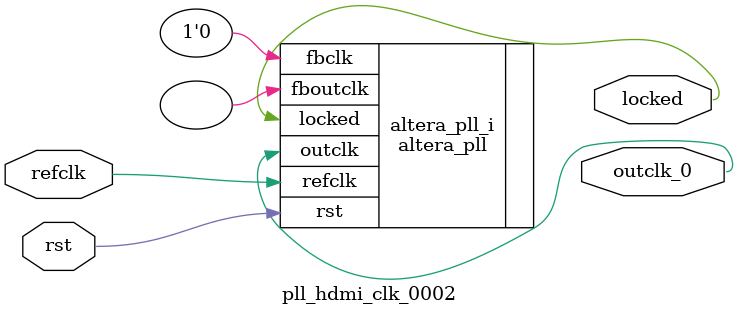
<source format=v>
`timescale 1ns/10ps
module  pll_hdmi_clk_0002(

	// interface 'refclk'
	input wire refclk,

	// interface 'reset'
	input wire rst,

	// interface 'outclk0'
	output wire outclk_0,

	// interface 'locked'
	output wire locked
);

	altera_pll #(
		.fractional_vco_multiplier("false"),
		.reference_clock_frequency("50.0 MHz"),
		.operation_mode("direct"),
		.number_of_clocks(1),
		.output_clock_frequency0("148.437500 MHz"),
		.phase_shift0("0 ps"),
		.duty_cycle0(50),
		.output_clock_frequency1("0 MHz"),
		.phase_shift1("0 ps"),
		.duty_cycle1(50),
		.output_clock_frequency2("0 MHz"),
		.phase_shift2("0 ps"),
		.duty_cycle2(50),
		.output_clock_frequency3("0 MHz"),
		.phase_shift3("0 ps"),
		.duty_cycle3(50),
		.output_clock_frequency4("0 MHz"),
		.phase_shift4("0 ps"),
		.duty_cycle4(50),
		.output_clock_frequency5("0 MHz"),
		.phase_shift5("0 ps"),
		.duty_cycle5(50),
		.output_clock_frequency6("0 MHz"),
		.phase_shift6("0 ps"),
		.duty_cycle6(50),
		.output_clock_frequency7("0 MHz"),
		.phase_shift7("0 ps"),
		.duty_cycle7(50),
		.output_clock_frequency8("0 MHz"),
		.phase_shift8("0 ps"),
		.duty_cycle8(50),
		.output_clock_frequency9("0 MHz"),
		.phase_shift9("0 ps"),
		.duty_cycle9(50),
		.output_clock_frequency10("0 MHz"),
		.phase_shift10("0 ps"),
		.duty_cycle10(50),
		.output_clock_frequency11("0 MHz"),
		.phase_shift11("0 ps"),
		.duty_cycle11(50),
		.output_clock_frequency12("0 MHz"),
		.phase_shift12("0 ps"),
		.duty_cycle12(50),
		.output_clock_frequency13("0 MHz"),
		.phase_shift13("0 ps"),
		.duty_cycle13(50),
		.output_clock_frequency14("0 MHz"),
		.phase_shift14("0 ps"),
		.duty_cycle14(50),
		.output_clock_frequency15("0 MHz"),
		.phase_shift15("0 ps"),
		.duty_cycle15(50),
		.output_clock_frequency16("0 MHz"),
		.phase_shift16("0 ps"),
		.duty_cycle16(50),
		.output_clock_frequency17("0 MHz"),
		.phase_shift17("0 ps"),
		.duty_cycle17(50),
		.pll_type("General"),
		.pll_subtype("General")
	) altera_pll_i (
		.rst	(rst),
		.outclk	({outclk_0}),
		.locked	(locked),
		.fboutclk	( ),
		.fbclk	(1'b0),
		.refclk	(refclk)
	);
endmodule


</source>
